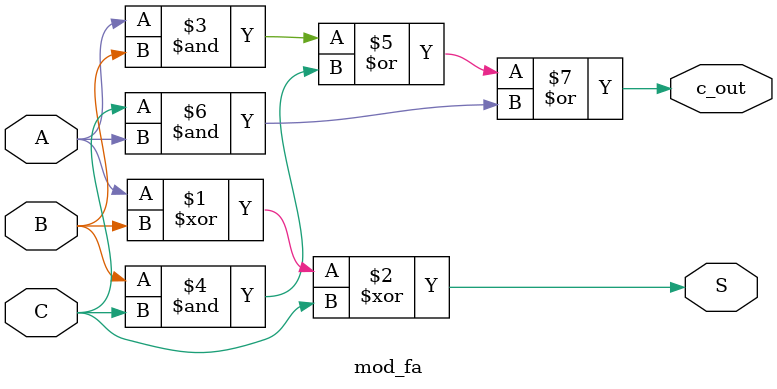
<source format=v>
`timescale 1ns / 1ps


module mod_fa(
output S,
output c_out,
input A,
input B,
input C
);
assign S=A^B^C;
assign c_out=(A&B)|(B&C)|(C&A);
endmodule

</source>
